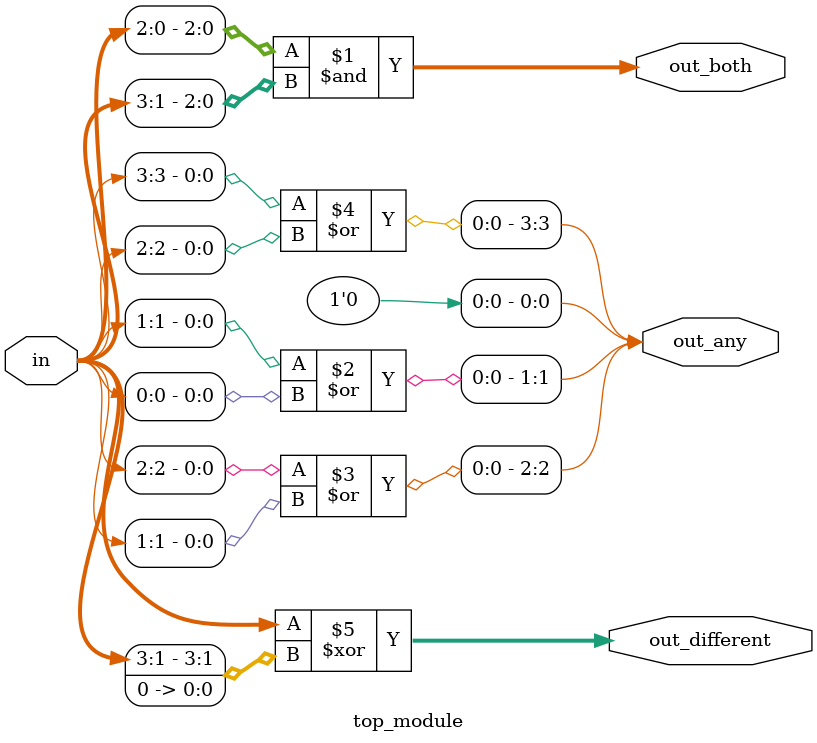
<source format=sv>
module top_module (
    input [3:0] in,
    output [2:0] out_both,
    output [3:0] out_any,
    output [3:0] out_different
);
    // Bitwise AND operation
    assign out_both = in[2:0] & in[3:1];
    
    // Bitwise OR operation
    assign out_any = {in[3] | in[2], in[2] | in[1], in[1] | in[0], 1'b0};
    
    // Bitwise XOR operation
    assign out_different = in ^ {in[3:1], 1'b0};
    
endmodule

</source>
